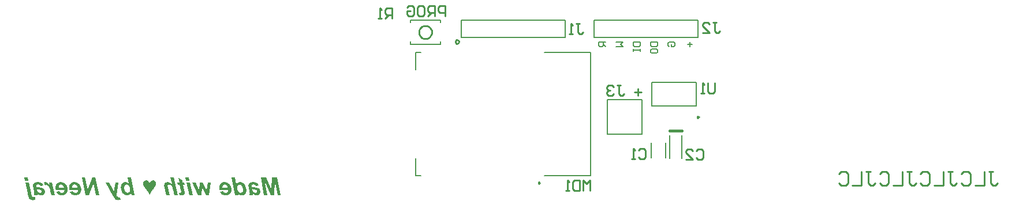
<source format=gbo>
G04*
G04 #@! TF.GenerationSoftware,Altium Limited,Altium Designer,21.1.1 (26)*
G04*
G04 Layer_Color=32896*
%FSLAX25Y25*%
%MOIN*%
G70*
G04*
G04 #@! TF.SameCoordinates,50609B49-341D-4E51-95AC-B49047DEAD09*
G04*
G04*
G04 #@! TF.FilePolarity,Positive*
G04*
G01*
G75*
%ADD10C,0.01000*%
%ADD32C,0.00984*%
%ADD33C,0.00787*%
%ADD34C,0.01575*%
G36*
X103607Y18372D02*
X101639D01*
X101274Y20150D01*
X103228D01*
X103607Y18372D01*
D02*
G37*
G36*
X10572D02*
X8604D01*
X8239Y20150D01*
X10208D01*
X10572Y18372D01*
D02*
G37*
G36*
X71954Y10061D02*
X70175D01*
X69927Y11242D01*
X69782Y10994D01*
X69607Y10790D01*
X69432Y10600D01*
X69257Y10455D01*
X69052Y10323D01*
X68863Y10207D01*
X68673Y10119D01*
X68484Y10046D01*
X68309Y9988D01*
X68148Y9944D01*
X68003Y9915D01*
X67871Y9900D01*
X67755Y9886D01*
X67682Y9871D01*
X67609D01*
X67361Y9886D01*
X67142Y9915D01*
X66924Y9959D01*
X66734Y10017D01*
X66574Y10061D01*
X66457Y10105D01*
X66384Y10134D01*
X66355Y10148D01*
X66122Y10265D01*
X65918Y10411D01*
X65714Y10557D01*
X65539Y10702D01*
X65393Y10819D01*
X65291Y10921D01*
X65218Y10994D01*
X65189Y11023D01*
X64985Y11257D01*
X64824Y11519D01*
X64664Y11767D01*
X64547Y12015D01*
X64445Y12233D01*
X64372Y12394D01*
X64343Y12467D01*
X64329Y12510D01*
X64314Y12539D01*
Y12554D01*
X64197Y12904D01*
X64125Y13254D01*
X64066Y13589D01*
X64022Y13881D01*
X63993Y14129D01*
Y14231D01*
X63979Y14318D01*
Y14391D01*
Y14449D01*
Y14479D01*
Y14493D01*
X63993Y14770D01*
X64008Y15018D01*
X64037Y15251D01*
X64081Y15470D01*
X64139Y15674D01*
X64197Y15864D01*
X64256Y16024D01*
X64329Y16184D01*
X64387Y16316D01*
X64460Y16432D01*
X64518Y16534D01*
X64562Y16607D01*
X64620Y16666D01*
X64649Y16724D01*
X64664Y16739D01*
X64679Y16753D01*
X64810Y16899D01*
X64956Y17016D01*
X65116Y17118D01*
X65262Y17205D01*
X65582Y17351D01*
X65874Y17438D01*
X66136Y17497D01*
X66253Y17511D01*
X66355Y17526D01*
X66428Y17540D01*
X66545D01*
X66749Y17526D01*
X66953Y17511D01*
X67128Y17482D01*
X67288Y17453D01*
X67405Y17409D01*
X67507Y17380D01*
X67565Y17366D01*
X67594Y17351D01*
X67769Y17278D01*
X67944Y17190D01*
X68119Y17088D01*
X68265Y17001D01*
X68411Y16914D01*
X68513Y16841D01*
X68571Y16782D01*
X68600Y16768D01*
X67886Y20150D01*
X69840D01*
X71954Y10061D01*
D02*
G37*
G36*
X96696D02*
X94742D01*
X94130Y12948D01*
X94072Y13196D01*
X94028Y13414D01*
X93984Y13604D01*
X93941Y13793D01*
X93897Y13954D01*
X93868Y14085D01*
X93824Y14216D01*
X93795Y14318D01*
X93766Y14406D01*
X93751Y14479D01*
X93707Y14595D01*
X93693Y14654D01*
X93678Y14668D01*
X93547Y14901D01*
X93401Y15120D01*
X93241Y15310D01*
X93095Y15470D01*
X92964Y15601D01*
X92862Y15689D01*
X92789Y15762D01*
X92760Y15776D01*
X92585Y15893D01*
X92410Y15980D01*
X92249Y16039D01*
X92089Y16082D01*
X91972Y16112D01*
X91870Y16126D01*
X91783D01*
X91637Y16112D01*
X91520Y16097D01*
X91404Y16053D01*
X91316Y16010D01*
X91243Y15966D01*
X91199Y15937D01*
X91170Y15908D01*
X91156Y15893D01*
X91083Y15805D01*
X91025Y15703D01*
X90981Y15616D01*
X90952Y15514D01*
X90937Y15441D01*
X90922Y15368D01*
Y15324D01*
Y15310D01*
X90937Y15208D01*
X90952Y15076D01*
X90981Y14931D01*
X91010Y14785D01*
X91039Y14639D01*
X91054Y14522D01*
X91083Y14435D01*
Y14420D01*
Y14406D01*
X92016Y10061D01*
X90062D01*
X89144Y14318D01*
X89071Y14639D01*
X89027Y14931D01*
X88983Y15164D01*
X88954Y15353D01*
X88940Y15499D01*
X88925Y15601D01*
Y15674D01*
Y15689D01*
X88954Y15980D01*
X89012Y16243D01*
X89085Y16462D01*
X89188Y16666D01*
X89289Y16812D01*
X89362Y16928D01*
X89421Y16986D01*
X89450Y17016D01*
X89654Y17190D01*
X89887Y17322D01*
X90121Y17409D01*
X90354Y17482D01*
X90558Y17511D01*
X90718Y17526D01*
X90777Y17540D01*
X90864D01*
X91112Y17526D01*
X91345Y17511D01*
X91549Y17468D01*
X91739Y17424D01*
X91899Y17380D01*
X92016Y17351D01*
X92089Y17322D01*
X92118Y17307D01*
X92337Y17205D01*
X92555Y17088D01*
X92774Y16972D01*
X92964Y16841D01*
X93124Y16724D01*
X93255Y16636D01*
X93343Y16578D01*
X93357Y16549D01*
X93372D01*
X92628Y20150D01*
X94582D01*
X96696Y10061D01*
D02*
G37*
G36*
X140844Y17511D02*
X141282Y17453D01*
X141471Y17409D01*
X141646Y17366D01*
X141821Y17322D01*
X141967Y17264D01*
X142098Y17205D01*
X142215Y17161D01*
X142317Y17118D01*
X142404Y17074D01*
X142463Y17045D01*
X142507Y17016D01*
X142536Y16986D01*
X142550D01*
X142827Y16768D01*
X143075Y16520D01*
X143265Y16257D01*
X143425Y16024D01*
X143542Y15805D01*
X143629Y15631D01*
X143658Y15558D01*
X143673Y15514D01*
X143687Y15485D01*
Y15470D01*
X141763Y15310D01*
X141719Y15441D01*
X141661Y15558D01*
X141588Y15660D01*
X141515Y15747D01*
X141457Y15820D01*
X141399Y15864D01*
X141369Y15893D01*
X141355Y15908D01*
X141224Y15980D01*
X141092Y16039D01*
X140946Y16068D01*
X140815Y16097D01*
X140699Y16112D01*
X140597Y16126D01*
X140509D01*
X140334Y16112D01*
X140174Y16097D01*
X140057Y16053D01*
X139941Y16024D01*
X139853Y15980D01*
X139795Y15937D01*
X139766Y15922D01*
X139751Y15908D01*
X139663Y15820D01*
X139605Y15733D01*
X139547Y15645D01*
X139518Y15558D01*
X139503Y15485D01*
X139488Y15441D01*
Y15397D01*
Y15383D01*
Y15281D01*
X139503Y15179D01*
X139547Y14960D01*
X139576Y14872D01*
X139605Y14799D01*
X139620Y14741D01*
Y14727D01*
X139722Y14697D01*
X139838Y14668D01*
X139970Y14639D01*
X140115Y14610D01*
X140422Y14552D01*
X140742Y14522D01*
X141034Y14479D01*
X141165Y14464D01*
X141267Y14449D01*
X141369D01*
X141442Y14435D01*
X141500D01*
X141807Y14406D01*
X142084Y14362D01*
X142332Y14318D01*
X142565Y14260D01*
X142783Y14202D01*
X142973Y14143D01*
X143148Y14070D01*
X143294Y14012D01*
X143425Y13939D01*
X143542Y13881D01*
X143629Y13823D01*
X143702Y13779D01*
X143760Y13735D01*
X143804Y13706D01*
X143819Y13691D01*
X143833Y13677D01*
X143950Y13560D01*
X144037Y13429D01*
X144198Y13152D01*
X144315Y12875D01*
X144387Y12598D01*
X144446Y12365D01*
X144460Y12263D01*
Y12175D01*
X144475Y12102D01*
Y12044D01*
Y12015D01*
Y12000D01*
X144446Y11665D01*
X144387Y11359D01*
X144285Y11096D01*
X144183Y10877D01*
X144081Y10688D01*
X143979Y10557D01*
X143921Y10484D01*
X143892Y10455D01*
X143658Y10265D01*
X143411Y10119D01*
X143148Y10017D01*
X142915Y9944D01*
X142711Y9900D01*
X142536Y9886D01*
X142477Y9871D01*
X142390D01*
X142171Y9886D01*
X141967Y9915D01*
X141778Y9959D01*
X141603Y10003D01*
X141457Y10046D01*
X141355Y10090D01*
X141282Y10119D01*
X141253Y10134D01*
X141049Y10236D01*
X140859Y10367D01*
X140684Y10484D01*
X140538Y10600D01*
X140422Y10717D01*
X140320Y10804D01*
X140261Y10863D01*
X140247Y10877D01*
X140217Y10571D01*
X140188Y10440D01*
X140174Y10309D01*
X140145Y10207D01*
X140115Y10134D01*
X140101Y10075D01*
Y10061D01*
X138191D01*
X138249Y10265D01*
X138278Y10469D01*
X138307Y10644D01*
X138337Y10790D01*
Y10921D01*
X138351Y11009D01*
Y11082D01*
Y11096D01*
Y11198D01*
X138337Y11329D01*
X138307Y11606D01*
X138264Y11898D01*
X138205Y12204D01*
X138162Y12481D01*
X138133Y12598D01*
X138118Y12715D01*
X138103Y12802D01*
X138089Y12860D01*
X138074Y12904D01*
Y12919D01*
X138016Y13196D01*
X137958Y13458D01*
X137899Y13691D01*
X137856Y13895D01*
X137826Y14070D01*
X137797Y14231D01*
X137768Y14377D01*
X137739Y14493D01*
X137724Y14595D01*
X137695Y14668D01*
Y14741D01*
X137680Y14785D01*
X137666Y14858D01*
Y14872D01*
X137622Y15149D01*
X137608Y15266D01*
Y15368D01*
X137593Y15455D01*
Y15514D01*
Y15558D01*
Y15572D01*
Y15733D01*
X137622Y15878D01*
X137695Y16141D01*
X137812Y16374D01*
X137928Y16578D01*
X138060Y16753D01*
X138176Y16870D01*
X138249Y16943D01*
X138264Y16972D01*
X138278D01*
X138409Y17074D01*
X138555Y17161D01*
X138891Y17307D01*
X139226Y17409D01*
X139576Y17468D01*
X139882Y17511D01*
X140013Y17526D01*
X140130D01*
X140232Y17540D01*
X140363D01*
X140844Y17511D01*
D02*
G37*
G36*
X16477D02*
X16914Y17453D01*
X17104Y17409D01*
X17279Y17366D01*
X17454Y17322D01*
X17600Y17264D01*
X17731Y17205D01*
X17848Y17161D01*
X17950Y17118D01*
X18037Y17074D01*
X18095Y17045D01*
X18139Y17016D01*
X18168Y16986D01*
X18183D01*
X18460Y16768D01*
X18708Y16520D01*
X18897Y16257D01*
X19058Y16024D01*
X19174Y15805D01*
X19262Y15631D01*
X19291Y15558D01*
X19306Y15514D01*
X19320Y15485D01*
Y15470D01*
X17396Y15310D01*
X17352Y15441D01*
X17293Y15558D01*
X17221Y15660D01*
X17148Y15747D01*
X17089Y15820D01*
X17031Y15864D01*
X17002Y15893D01*
X16987Y15908D01*
X16856Y15980D01*
X16725Y16039D01*
X16579Y16068D01*
X16448Y16097D01*
X16331Y16112D01*
X16229Y16126D01*
X16142D01*
X15967Y16112D01*
X15806Y16097D01*
X15690Y16053D01*
X15573Y16024D01*
X15486Y15980D01*
X15427Y15937D01*
X15398Y15922D01*
X15383Y15908D01*
X15296Y15820D01*
X15238Y15733D01*
X15179Y15645D01*
X15150Y15558D01*
X15136Y15485D01*
X15121Y15441D01*
Y15397D01*
Y15383D01*
Y15281D01*
X15136Y15179D01*
X15179Y14960D01*
X15209Y14872D01*
X15238Y14799D01*
X15252Y14741D01*
Y14727D01*
X15354Y14697D01*
X15471Y14668D01*
X15602Y14639D01*
X15748Y14610D01*
X16054Y14552D01*
X16375Y14522D01*
X16667Y14479D01*
X16798Y14464D01*
X16900Y14449D01*
X17002D01*
X17075Y14435D01*
X17133D01*
X17439Y14406D01*
X17716Y14362D01*
X17964Y14318D01*
X18198Y14260D01*
X18416Y14202D01*
X18606Y14143D01*
X18781Y14070D01*
X18926Y14012D01*
X19058Y13939D01*
X19174Y13881D01*
X19262Y13823D01*
X19335Y13779D01*
X19393Y13735D01*
X19437Y13706D01*
X19451Y13691D01*
X19466Y13677D01*
X19583Y13560D01*
X19670Y13429D01*
X19830Y13152D01*
X19947Y12875D01*
X20020Y12598D01*
X20078Y12365D01*
X20093Y12263D01*
Y12175D01*
X20107Y12102D01*
Y12044D01*
Y12015D01*
Y12000D01*
X20078Y11665D01*
X20020Y11359D01*
X19918Y11096D01*
X19816Y10877D01*
X19714Y10688D01*
X19612Y10557D01*
X19553Y10484D01*
X19524Y10455D01*
X19291Y10265D01*
X19043Y10119D01*
X18781Y10017D01*
X18547Y9944D01*
X18343Y9900D01*
X18168Y9886D01*
X18110Y9871D01*
X18022D01*
X17804Y9886D01*
X17600Y9915D01*
X17410Y9959D01*
X17235Y10003D01*
X17089Y10046D01*
X16987Y10090D01*
X16914Y10119D01*
X16885Y10134D01*
X16681Y10236D01*
X16492Y10367D01*
X16317Y10484D01*
X16171Y10600D01*
X16054Y10717D01*
X15952Y10804D01*
X15894Y10863D01*
X15879Y10877D01*
X15850Y10571D01*
X15821Y10440D01*
X15806Y10309D01*
X15777Y10207D01*
X15748Y10134D01*
X15733Y10075D01*
Y10061D01*
X13823D01*
X13882Y10265D01*
X13911Y10469D01*
X13940Y10644D01*
X13969Y10790D01*
Y10921D01*
X13984Y11009D01*
Y11082D01*
Y11096D01*
Y11198D01*
X13969Y11329D01*
X13940Y11606D01*
X13896Y11898D01*
X13838Y12204D01*
X13794Y12481D01*
X13765Y12598D01*
X13751Y12715D01*
X13736Y12802D01*
X13721Y12860D01*
X13707Y12904D01*
Y12919D01*
X13648Y13196D01*
X13590Y13458D01*
X13532Y13691D01*
X13488Y13895D01*
X13459Y14070D01*
X13430Y14231D01*
X13401Y14377D01*
X13372Y14493D01*
X13357Y14595D01*
X13328Y14668D01*
Y14741D01*
X13313Y14785D01*
X13299Y14858D01*
Y14872D01*
X13255Y15149D01*
X13240Y15266D01*
Y15368D01*
X13226Y15455D01*
Y15514D01*
Y15558D01*
Y15572D01*
Y15733D01*
X13255Y15878D01*
X13328Y16141D01*
X13444Y16374D01*
X13561Y16578D01*
X13692Y16753D01*
X13809Y16870D01*
X13882Y16943D01*
X13896Y16972D01*
X13911D01*
X14042Y17074D01*
X14188Y17161D01*
X14523Y17307D01*
X14859Y17409D01*
X15209Y17468D01*
X15515Y17511D01*
X15646Y17526D01*
X15763D01*
X15865Y17540D01*
X15996D01*
X16477Y17511D01*
D02*
G37*
G36*
X51454Y10061D02*
X49545D01*
X48116Y16841D01*
X45375Y10061D01*
X43465D01*
X41350Y20150D01*
X43260D01*
X44689Y13400D01*
X47430Y20150D01*
X49340D01*
X51454Y10061D01*
D02*
G37*
G36*
X156299D02*
X154418D01*
X152829Y18488D01*
X152450Y10061D01*
X150482D01*
X146735Y18430D01*
X148484Y10061D01*
X146604D01*
X144766Y20150D01*
X147755D01*
X150919Y13210D01*
X151240Y20150D01*
X154200D01*
X156299Y10061D01*
D02*
G37*
G36*
X114950D02*
X113113D01*
X110882Y14712D01*
X110518Y10061D01*
X108666D01*
X105051Y17380D01*
X107019D01*
X109279Y12467D01*
X109527Y17380D01*
X111335D01*
X113594Y12467D01*
X114105Y17380D01*
X115854D01*
X114950Y10061D01*
D02*
G37*
G36*
X61398D02*
X61515Y9813D01*
X61631Y9609D01*
X61762Y9419D01*
X61879Y9259D01*
X62010Y9128D01*
X62142Y9011D01*
X62258Y8924D01*
X62375Y8851D01*
X62477Y8793D01*
X62579Y8749D01*
X62754Y8705D01*
X62812Y8690D01*
X62856Y8676D01*
X62900D01*
X63148Y8690D01*
X63264Y8720D01*
X63366Y8734D01*
X63454Y8763D01*
X63527Y8778D01*
X63570Y8793D01*
X63585D01*
X63745Y7320D01*
X63468Y7247D01*
X63206Y7189D01*
X62958Y7145D01*
X62754Y7116D01*
X62579Y7101D01*
X62462Y7087D01*
X62346D01*
X62112Y7101D01*
X61908Y7130D01*
X61733Y7159D01*
X61573Y7203D01*
X61442Y7247D01*
X61340Y7291D01*
X61281Y7305D01*
X61267Y7320D01*
X61106Y7422D01*
X60961Y7524D01*
X60829Y7626D01*
X60713Y7728D01*
X60625Y7816D01*
X60567Y7888D01*
X60523Y7947D01*
X60509Y7961D01*
X60377Y8136D01*
X60232Y8341D01*
X60086Y8574D01*
X59940Y8807D01*
X59809Y9011D01*
X59707Y9186D01*
X59677Y9259D01*
X59648Y9303D01*
X59619Y9332D01*
Y9347D01*
X55099Y17380D01*
X57184D01*
X58934Y14114D01*
X59167Y13662D01*
X59386Y13225D01*
X59561Y12831D01*
X59721Y12481D01*
X59780Y12321D01*
X59838Y12190D01*
X59882Y12058D01*
X59925Y11956D01*
X59955Y11883D01*
X59984Y11811D01*
X59998Y11781D01*
Y11883D01*
X60013Y12015D01*
X60042Y12306D01*
X60086Y12627D01*
X60115Y12948D01*
X60159Y13254D01*
X60173Y13385D01*
X60188Y13487D01*
X60202Y13589D01*
Y13662D01*
X60217Y13706D01*
Y13721D01*
X60698Y17380D01*
X62666D01*
X61398Y10061D01*
D02*
G37*
G36*
X99423Y18546D02*
X99656Y17380D01*
X100618D01*
X100924Y15908D01*
X99948D01*
X100575Y12962D01*
X100618Y12744D01*
X100662Y12539D01*
X100691Y12365D01*
X100720Y12204D01*
X100749Y12058D01*
X100779Y11927D01*
X100793Y11825D01*
X100808Y11723D01*
X100822Y11577D01*
X100837Y11475D01*
Y11417D01*
Y11402D01*
X100822Y11140D01*
X100764Y10921D01*
X100691Y10717D01*
X100604Y10557D01*
X100516Y10440D01*
X100443Y10338D01*
X100385Y10280D01*
X100370Y10265D01*
X100166Y10134D01*
X99933Y10032D01*
X99670Y9973D01*
X99423Y9915D01*
X99189Y9886D01*
X99102D01*
X99014Y9871D01*
X98839D01*
X98446Y9886D01*
X98271Y9915D01*
X98110Y9930D01*
X97979Y9959D01*
X97877Y9973D01*
X97819Y9988D01*
X97790D01*
X97483Y11446D01*
X97658Y11431D01*
X97804Y11417D01*
X97921Y11402D01*
X98008D01*
X98067Y11388D01*
X98271D01*
X98387Y11402D01*
X98489Y11431D01*
X98562Y11461D01*
X98606Y11475D01*
X98650Y11504D01*
X98664Y11519D01*
X98679D01*
X98752Y11636D01*
X98796Y11738D01*
X98810Y11840D01*
Y11854D01*
Y11869D01*
Y11898D01*
X98796Y11942D01*
X98781Y12073D01*
X98752Y12219D01*
X98723Y12394D01*
X98694Y12554D01*
X98664Y12685D01*
X98650Y12744D01*
X98635Y12787D01*
Y12802D01*
Y12817D01*
X97994Y15908D01*
X96784D01*
X96478Y17380D01*
X97688D01*
X97177Y19902D01*
X99423Y18546D01*
D02*
G37*
G36*
X124136Y17526D02*
X124500Y17468D01*
X124836Y17395D01*
X125142Y17293D01*
X125433Y17176D01*
X125696Y17045D01*
X125944Y16899D01*
X126162Y16753D01*
X126352Y16593D01*
X126527Y16462D01*
X126658Y16316D01*
X126789Y16199D01*
X126877Y16097D01*
X126935Y16024D01*
X126979Y15966D01*
X126993Y15951D01*
X127139Y15733D01*
X127270Y15499D01*
X127373Y15266D01*
X127474Y15033D01*
X127548Y14799D01*
X127620Y14581D01*
X127722Y14173D01*
X127752Y13983D01*
X127781Y13808D01*
X127795Y13648D01*
X127810Y13516D01*
X127824Y13414D01*
Y13341D01*
Y13283D01*
Y13269D01*
X127810Y12991D01*
X127781Y12729D01*
X127737Y12467D01*
X127679Y12233D01*
X127606Y12015D01*
X127533Y11811D01*
X127445Y11636D01*
X127358Y11461D01*
X127285Y11315D01*
X127198Y11184D01*
X127125Y11067D01*
X127052Y10979D01*
X126993Y10907D01*
X126950Y10848D01*
X126920Y10819D01*
X126906Y10804D01*
X126731Y10644D01*
X126541Y10498D01*
X126337Y10367D01*
X126148Y10265D01*
X125944Y10178D01*
X125740Y10105D01*
X125360Y9988D01*
X125186Y9944D01*
X125025Y9915D01*
X124879Y9900D01*
X124748Y9886D01*
X124646Y9871D01*
X124500D01*
X124107Y9900D01*
X123757Y9959D01*
X123421Y10032D01*
X123144Y10134D01*
X122896Y10236D01*
X122809Y10280D01*
X122722Y10309D01*
X122663Y10352D01*
X122619Y10367D01*
X122590Y10396D01*
X122576D01*
X122269Y10615D01*
X121993Y10877D01*
X121745Y11140D01*
X121540Y11402D01*
X121395Y11650D01*
X121322Y11752D01*
X121278Y11840D01*
X121234Y11913D01*
X121205Y11971D01*
X121176Y12000D01*
Y12015D01*
X122940Y12306D01*
X123042Y12131D01*
X123159Y11971D01*
X123290Y11840D01*
X123421Y11723D01*
X123538Y11621D01*
X123669Y11534D01*
X123800Y11461D01*
X123917Y11417D01*
X124136Y11344D01*
X124238Y11315D01*
X124325Y11300D01*
X124384Y11286D01*
X124486D01*
X124704Y11300D01*
X124908Y11359D01*
X125083Y11431D01*
X125229Y11504D01*
X125360Y11592D01*
X125448Y11650D01*
X125506Y11709D01*
X125521Y11723D01*
X125652Y11898D01*
X125754Y12102D01*
X125827Y12292D01*
X125871Y12481D01*
X125900Y12656D01*
X125929Y12787D01*
Y12875D01*
Y12889D01*
Y12904D01*
Y12962D01*
X125915Y13021D01*
Y13079D01*
Y13094D01*
X120957D01*
X120870Y13531D01*
X120841Y13750D01*
X120826Y13954D01*
X120811Y14114D01*
Y14260D01*
Y14347D01*
Y14362D01*
Y14377D01*
X120826Y14654D01*
X120841Y14901D01*
X120884Y15149D01*
X120943Y15368D01*
X121001Y15587D01*
X121059Y15776D01*
X121132Y15951D01*
X121205Y16112D01*
X121293Y16243D01*
X121365Y16374D01*
X121424Y16476D01*
X121482Y16564D01*
X121540Y16622D01*
X121584Y16666D01*
X121599Y16695D01*
X121613Y16709D01*
X121774Y16855D01*
X121934Y16986D01*
X122109Y17088D01*
X122284Y17190D01*
X122459Y17278D01*
X122634Y17336D01*
X122984Y17438D01*
X123144Y17468D01*
X123290Y17497D01*
X123421Y17511D01*
X123538Y17526D01*
X123625Y17540D01*
X123757D01*
X124136Y17526D01*
D02*
G37*
G36*
X37399D02*
X37764Y17468D01*
X38099Y17395D01*
X38405Y17293D01*
X38697Y17176D01*
X38959Y17045D01*
X39207Y16899D01*
X39426Y16753D01*
X39615Y16593D01*
X39790Y16462D01*
X39922Y16316D01*
X40053Y16199D01*
X40140Y16097D01*
X40199Y16024D01*
X40242Y15966D01*
X40257Y15951D01*
X40403Y15733D01*
X40534Y15499D01*
X40636Y15266D01*
X40738Y15033D01*
X40811Y14799D01*
X40884Y14581D01*
X40986Y14173D01*
X41015Y13983D01*
X41044Y13808D01*
X41059Y13648D01*
X41074Y13516D01*
X41088Y13414D01*
Y13341D01*
Y13283D01*
Y13269D01*
X41074Y12991D01*
X41044Y12729D01*
X41001Y12467D01*
X40942Y12233D01*
X40869Y12015D01*
X40796Y11811D01*
X40709Y11636D01*
X40622Y11461D01*
X40549Y11315D01*
X40461Y11184D01*
X40388Y11067D01*
X40315Y10979D01*
X40257Y10907D01*
X40213Y10848D01*
X40184Y10819D01*
X40170Y10804D01*
X39994Y10644D01*
X39805Y10498D01*
X39601Y10367D01*
X39411Y10265D01*
X39207Y10178D01*
X39003Y10105D01*
X38624Y9988D01*
X38449Y9944D01*
X38289Y9915D01*
X38143Y9900D01*
X38012Y9886D01*
X37910Y9871D01*
X37764D01*
X37370Y9900D01*
X37020Y9959D01*
X36685Y10032D01*
X36408Y10134D01*
X36160Y10236D01*
X36072Y10280D01*
X35985Y10309D01*
X35927Y10352D01*
X35883Y10367D01*
X35854Y10396D01*
X35839D01*
X35533Y10615D01*
X35256Y10877D01*
X35008Y11140D01*
X34804Y11402D01*
X34658Y11650D01*
X34585Y11752D01*
X34542Y11840D01*
X34498Y11913D01*
X34469Y11971D01*
X34440Y12000D01*
Y12015D01*
X36204Y12306D01*
X36306Y12131D01*
X36422Y11971D01*
X36554Y11840D01*
X36685Y11723D01*
X36801Y11621D01*
X36933Y11534D01*
X37064Y11461D01*
X37181Y11417D01*
X37399Y11344D01*
X37501Y11315D01*
X37589Y11300D01*
X37647Y11286D01*
X37749D01*
X37968Y11300D01*
X38172Y11359D01*
X38347Y11431D01*
X38493Y11504D01*
X38624Y11592D01*
X38712Y11650D01*
X38770Y11709D01*
X38784Y11723D01*
X38916Y11898D01*
X39018Y12102D01*
X39091Y12292D01*
X39134Y12481D01*
X39164Y12656D01*
X39193Y12787D01*
Y12875D01*
Y12889D01*
Y12904D01*
Y12962D01*
X39178Y13021D01*
Y13079D01*
Y13094D01*
X34221D01*
X34133Y13531D01*
X34104Y13750D01*
X34090Y13954D01*
X34075Y14114D01*
Y14260D01*
Y14347D01*
Y14362D01*
Y14377D01*
X34090Y14654D01*
X34104Y14901D01*
X34148Y15149D01*
X34206Y15368D01*
X34265Y15587D01*
X34323Y15776D01*
X34396Y15951D01*
X34469Y16112D01*
X34556Y16243D01*
X34629Y16374D01*
X34687Y16476D01*
X34746Y16564D01*
X34804Y16622D01*
X34848Y16666D01*
X34862Y16695D01*
X34877Y16709D01*
X35037Y16855D01*
X35198Y16986D01*
X35373Y17088D01*
X35548Y17190D01*
X35723Y17278D01*
X35898Y17336D01*
X36248Y17438D01*
X36408Y17468D01*
X36554Y17497D01*
X36685Y17511D01*
X36801Y17526D01*
X36889Y17540D01*
X37020D01*
X37399Y17526D01*
D02*
G37*
G36*
X29555D02*
X29920Y17468D01*
X30255Y17395D01*
X30561Y17293D01*
X30853Y17176D01*
X31115Y17045D01*
X31363Y16899D01*
X31582Y16753D01*
X31771Y16593D01*
X31946Y16462D01*
X32078Y16316D01*
X32209Y16199D01*
X32296Y16097D01*
X32355Y16024D01*
X32398Y15966D01*
X32413Y15951D01*
X32559Y15733D01*
X32690Y15499D01*
X32792Y15266D01*
X32894Y15033D01*
X32967Y14799D01*
X33040Y14581D01*
X33142Y14173D01*
X33171Y13983D01*
X33200Y13808D01*
X33215Y13648D01*
X33229Y13516D01*
X33244Y13414D01*
Y13341D01*
Y13283D01*
Y13269D01*
X33229Y12991D01*
X33200Y12729D01*
X33156Y12467D01*
X33098Y12233D01*
X33025Y12015D01*
X32952Y11811D01*
X32865Y11636D01*
X32777Y11461D01*
X32705Y11315D01*
X32617Y11184D01*
X32544Y11067D01*
X32471Y10979D01*
X32413Y10907D01*
X32369Y10848D01*
X32340Y10819D01*
X32326Y10804D01*
X32151Y10644D01*
X31961Y10498D01*
X31757Y10367D01*
X31567Y10265D01*
X31363Y10178D01*
X31159Y10105D01*
X30780Y9988D01*
X30605Y9944D01*
X30445Y9915D01*
X30299Y9900D01*
X30168Y9886D01*
X30066Y9871D01*
X29920D01*
X29526Y9900D01*
X29176Y9959D01*
X28841Y10032D01*
X28564Y10134D01*
X28316Y10236D01*
X28229Y10280D01*
X28141Y10309D01*
X28083Y10352D01*
X28039Y10367D01*
X28010Y10396D01*
X27995D01*
X27689Y10615D01*
X27412Y10877D01*
X27164Y11140D01*
X26960Y11402D01*
X26814Y11650D01*
X26741Y11752D01*
X26698Y11840D01*
X26654Y11913D01*
X26625Y11971D01*
X26596Y12000D01*
Y12015D01*
X28360Y12306D01*
X28462Y12131D01*
X28578Y11971D01*
X28710Y11840D01*
X28841Y11723D01*
X28958Y11621D01*
X29089Y11534D01*
X29220Y11461D01*
X29337Y11417D01*
X29555Y11344D01*
X29657Y11315D01*
X29745Y11300D01*
X29803Y11286D01*
X29905D01*
X30124Y11300D01*
X30328Y11359D01*
X30503Y11431D01*
X30649Y11504D01*
X30780Y11592D01*
X30867Y11650D01*
X30926Y11709D01*
X30940Y11723D01*
X31072Y11898D01*
X31174Y12102D01*
X31247Y12292D01*
X31290Y12481D01*
X31319Y12656D01*
X31349Y12787D01*
Y12875D01*
Y12889D01*
Y12904D01*
Y12962D01*
X31334Y13021D01*
Y13079D01*
Y13094D01*
X26377D01*
X26289Y13531D01*
X26260Y13750D01*
X26246Y13954D01*
X26231Y14114D01*
Y14260D01*
Y14347D01*
Y14362D01*
Y14377D01*
X26246Y14654D01*
X26260Y14901D01*
X26304Y15149D01*
X26362Y15368D01*
X26421Y15587D01*
X26479Y15776D01*
X26552Y15951D01*
X26625Y16112D01*
X26712Y16243D01*
X26785Y16374D01*
X26843Y16476D01*
X26902Y16564D01*
X26960Y16622D01*
X27004Y16666D01*
X27018Y16695D01*
X27033Y16709D01*
X27193Y16855D01*
X27354Y16986D01*
X27529Y17088D01*
X27704Y17190D01*
X27879Y17278D01*
X28054Y17336D01*
X28403Y17438D01*
X28564Y17468D01*
X28710Y17497D01*
X28841Y17511D01*
X28958Y17526D01*
X29045Y17540D01*
X29176D01*
X29555Y17526D01*
D02*
G37*
G36*
X105342Y10061D02*
X103388D01*
X101843Y17380D01*
X103811D01*
X105342Y10061D01*
D02*
G37*
G36*
X20676Y17526D02*
X20895Y17468D01*
X21113Y17395D01*
X21303Y17293D01*
X21507Y17176D01*
X21682Y17045D01*
X22017Y16753D01*
X22163Y16607D01*
X22294Y16462D01*
X22411Y16330D01*
X22513Y16214D01*
X22586Y16112D01*
X22644Y16039D01*
X22673Y15980D01*
X22688Y15966D01*
X22397Y17380D01*
X24234D01*
X25765Y10061D01*
X23811D01*
X23330Y12350D01*
X23271Y12598D01*
X23227Y12846D01*
X23169Y13064D01*
X23111Y13254D01*
X23067Y13443D01*
X23023Y13619D01*
X22965Y13764D01*
X22921Y13895D01*
X22892Y14012D01*
X22849Y14114D01*
X22819Y14202D01*
X22790Y14275D01*
X22776Y14318D01*
X22761Y14362D01*
X22746Y14391D01*
X22630Y14625D01*
X22499Y14829D01*
X22353Y15004D01*
X22221Y15149D01*
X22105Y15251D01*
X22017Y15339D01*
X21959Y15397D01*
X21930Y15412D01*
X21726Y15543D01*
X21536Y15645D01*
X21361Y15703D01*
X21201Y15762D01*
X21070Y15791D01*
X20968Y15805D01*
X20880D01*
X20662Y15791D01*
X20472Y15762D01*
X20399Y15733D01*
X20341Y15718D01*
X20312Y15703D01*
X20297D01*
X19539Y17322D01*
X19714Y17395D01*
X19889Y17453D01*
X20049Y17482D01*
X20180Y17511D01*
X20297Y17526D01*
X20384Y17540D01*
X20457D01*
X20676Y17526D01*
D02*
G37*
G36*
X78836Y18517D02*
X79069Y18459D01*
X79259Y18401D01*
X79434Y18313D01*
X79579Y18240D01*
X79696Y18167D01*
X79754Y18109D01*
X79783Y18094D01*
X79973Y17920D01*
X80119Y17715D01*
X80265Y17497D01*
X80367Y17293D01*
X80454Y17103D01*
X80512Y16943D01*
X80527Y16884D01*
X80541Y16841D01*
X80556Y16812D01*
Y16797D01*
X80658Y17074D01*
X80775Y17307D01*
X80891Y17511D01*
X80993Y17686D01*
X81096Y17818D01*
X81169Y17905D01*
X81227Y17963D01*
X81241Y17978D01*
X81460Y18153D01*
X81679Y18284D01*
X81897Y18386D01*
X82102Y18444D01*
X82291Y18488D01*
X82422Y18503D01*
X82481Y18517D01*
X82554D01*
X82831Y18488D01*
X83064Y18430D01*
X83283Y18357D01*
X83472Y18255D01*
X83618Y18153D01*
X83735Y18080D01*
X83793Y18022D01*
X83822Y17992D01*
X83997Y17788D01*
X84114Y17584D01*
X84201Y17366D01*
X84274Y17161D01*
X84303Y16986D01*
X84318Y16855D01*
X84332Y16797D01*
Y16753D01*
Y16739D01*
Y16724D01*
X84303Y16418D01*
X84289Y16287D01*
X84259Y16170D01*
X84230Y16053D01*
X84216Y15980D01*
X84187Y15922D01*
Y15908D01*
X84128Y15747D01*
X84055Y15601D01*
X83982Y15441D01*
X83909Y15310D01*
X83837Y15193D01*
X83778Y15106D01*
X83749Y15047D01*
X83735Y15018D01*
X83691Y14960D01*
X83632Y14872D01*
X83487Y14683D01*
X83312Y14449D01*
X83137Y14216D01*
X82976Y13997D01*
X82831Y13808D01*
X82772Y13735D01*
X82728Y13677D01*
X82714Y13648D01*
X82699Y13633D01*
X82495Y13356D01*
X82306Y13108D01*
X82131Y12875D01*
X81985Y12656D01*
X81839Y12452D01*
X81708Y12277D01*
X81606Y12102D01*
X81504Y11956D01*
X81416Y11840D01*
X81358Y11723D01*
X81300Y11636D01*
X81241Y11548D01*
X81212Y11490D01*
X81183Y11446D01*
X81169Y11431D01*
Y11417D01*
X81023Y11140D01*
X80906Y10877D01*
X80804Y10630D01*
X80717Y10396D01*
X80644Y10192D01*
X80600Y10032D01*
X80585Y9973D01*
X80571Y9930D01*
X80556Y9915D01*
Y9900D01*
X80469Y10192D01*
X80367Y10469D01*
X80265Y10746D01*
X80148Y10979D01*
X80060Y11198D01*
X79973Y11344D01*
X79944Y11417D01*
X79915Y11461D01*
X79900Y11475D01*
Y11490D01*
X79798Y11650D01*
X79696Y11825D01*
X79448Y12190D01*
X79186Y12569D01*
X78923Y12933D01*
X78792Y13094D01*
X78675Y13254D01*
X78573Y13400D01*
X78486Y13516D01*
X78398Y13619D01*
X78340Y13691D01*
X78311Y13735D01*
X78296Y13750D01*
X78005Y14129D01*
X77757Y14479D01*
X77553Y14785D01*
X77392Y15033D01*
X77276Y15237D01*
X77188Y15383D01*
X77159Y15426D01*
X77144Y15470D01*
X77130Y15485D01*
Y15499D01*
X77028Y15747D01*
X76955Y15980D01*
X76897Y16199D01*
X76867Y16403D01*
X76838Y16564D01*
X76824Y16695D01*
Y16768D01*
Y16797D01*
X76853Y17045D01*
X76911Y17278D01*
X76984Y17482D01*
X77086Y17672D01*
X77188Y17803D01*
X77261Y17920D01*
X77319Y17978D01*
X77349Y18007D01*
X77553Y18182D01*
X77757Y18313D01*
X77975Y18401D01*
X78165Y18474D01*
X78340Y18503D01*
X78471Y18517D01*
X78573Y18532D01*
X78602D01*
X78836Y18517D01*
D02*
G37*
G36*
X130522Y16360D02*
X130668Y16564D01*
X130828Y16753D01*
X131003Y16914D01*
X131193Y17045D01*
X131367Y17161D01*
X131557Y17249D01*
X131746Y17336D01*
X131922Y17395D01*
X132096Y17438D01*
X132257Y17482D01*
X132403Y17511D01*
X132519Y17526D01*
X132621D01*
X132694Y17540D01*
X132767D01*
X133073Y17526D01*
X133350Y17482D01*
X133627Y17409D01*
X133875Y17322D01*
X134108Y17205D01*
X134327Y17088D01*
X134531Y16957D01*
X134706Y16826D01*
X134867Y16695D01*
X135012Y16564D01*
X135144Y16447D01*
X135231Y16330D01*
X135319Y16243D01*
X135377Y16170D01*
X135406Y16126D01*
X135421Y16112D01*
X135596Y15849D01*
X135756Y15572D01*
X135887Y15295D01*
X136004Y15018D01*
X136106Y14741D01*
X136179Y14479D01*
X136252Y14231D01*
X136295Y13997D01*
X136339Y13764D01*
X136368Y13560D01*
X136398Y13385D01*
X136412Y13225D01*
X136427Y13108D01*
Y13006D01*
Y12948D01*
Y12933D01*
X136412Y12656D01*
X136398Y12394D01*
X136368Y12161D01*
X136310Y11942D01*
X136266Y11738D01*
X136208Y11548D01*
X136135Y11373D01*
X136077Y11227D01*
X136004Y11082D01*
X135945Y10965D01*
X135887Y10863D01*
X135829Y10790D01*
X135785Y10732D01*
X135756Y10688D01*
X135741Y10659D01*
X135727Y10644D01*
X135596Y10513D01*
X135450Y10396D01*
X135304Y10280D01*
X135144Y10192D01*
X134837Y10061D01*
X134546Y9973D01*
X134283Y9915D01*
X134181Y9900D01*
X134079Y9886D01*
X133992Y9871D01*
X133890D01*
X133657Y9886D01*
X133423Y9900D01*
X133234Y9944D01*
X133059Y9988D01*
X132913Y10017D01*
X132796Y10061D01*
X132738Y10075D01*
X132709Y10090D01*
X132505Y10192D01*
X132315Y10294D01*
X132140Y10425D01*
X131980Y10542D01*
X131849Y10659D01*
X131732Y10746D01*
X131674Y10804D01*
X131644Y10834D01*
X131805Y10061D01*
X129953D01*
X127737Y20150D01*
X129691D01*
X130522Y16360D01*
D02*
G37*
G36*
X12059Y11300D02*
X12132Y10965D01*
X12205Y10673D01*
X12278Y10411D01*
X12351Y10178D01*
X12409Y9973D01*
X12467Y9798D01*
X12511Y9653D01*
X12555Y9522D01*
X12599Y9419D01*
X12642Y9332D01*
X12672Y9274D01*
X12701Y9215D01*
X12730Y9157D01*
X12744Y9142D01*
X12847Y9040D01*
X12963Y8953D01*
X13080Y8895D01*
X13196Y8865D01*
X13299Y8836D01*
X13386Y8822D01*
X13605D01*
X13751Y8836D01*
X13911Y8865D01*
X14042Y8895D01*
X14173Y8909D01*
X14275Y8938D01*
X14334Y8953D01*
X14363D01*
X14669Y7320D01*
X14392Y7247D01*
X14115Y7189D01*
X13853Y7145D01*
X13619Y7116D01*
X13401Y7101D01*
X13240Y7087D01*
X13094D01*
X12847Y7101D01*
X12613Y7130D01*
X12409Y7174D01*
X12205Y7218D01*
X12030Y7291D01*
X11870Y7364D01*
X11724Y7436D01*
X11593Y7524D01*
X11476Y7611D01*
X11374Y7684D01*
X11301Y7757D01*
X11228Y7830D01*
X11185Y7874D01*
X11141Y7918D01*
X11112Y7947D01*
Y7961D01*
X11039Y8093D01*
X10951Y8253D01*
X10864Y8457D01*
X10791Y8690D01*
X10703Y8938D01*
X10616Y9201D01*
X10456Y9755D01*
X10397Y10017D01*
X10324Y10265D01*
X10266Y10498D01*
X10222Y10702D01*
X10178Y10877D01*
X10149Y11009D01*
X10120Y11096D01*
Y11125D01*
X8822Y17380D01*
X10776D01*
X12059Y11300D01*
D02*
G37*
%LPC*%
G36*
X67347Y16126D02*
X67274D01*
X67070Y16112D01*
X66880Y16053D01*
X66720Y15980D01*
X66574Y15908D01*
X66457Y15820D01*
X66370Y15747D01*
X66312Y15689D01*
X66297Y15674D01*
X66166Y15499D01*
X66064Y15295D01*
X65991Y15091D01*
X65932Y14887D01*
X65903Y14712D01*
X65889Y14581D01*
Y14522D01*
Y14479D01*
Y14464D01*
Y14449D01*
X65903Y14158D01*
X65932Y13866D01*
X65991Y13589D01*
X66034Y13356D01*
X66093Y13152D01*
X66151Y12991D01*
X66166Y12933D01*
X66180Y12889D01*
X66195Y12875D01*
Y12860D01*
X66312Y12583D01*
X66443Y12350D01*
X66574Y12146D01*
X66690Y11986D01*
X66793Y11869D01*
X66880Y11781D01*
X66938Y11723D01*
X66953Y11709D01*
X67128Y11592D01*
X67288Y11504D01*
X67449Y11446D01*
X67594Y11402D01*
X67726Y11373D01*
X67813Y11359D01*
X67901D01*
X68105Y11373D01*
X68294Y11431D01*
X68469Y11504D01*
X68615Y11592D01*
X68732Y11665D01*
X68819Y11738D01*
X68878Y11796D01*
X68892Y11811D01*
X69023Y12000D01*
X69125Y12204D01*
X69198Y12394D01*
X69242Y12598D01*
X69271Y12758D01*
X69300Y12904D01*
Y12991D01*
Y13006D01*
Y13021D01*
X69286Y13283D01*
X69271Y13546D01*
X69184Y14012D01*
X69125Y14231D01*
X69067Y14420D01*
X69009Y14610D01*
X68936Y14770D01*
X68863Y14916D01*
X68805Y15047D01*
X68746Y15164D01*
X68688Y15251D01*
X68644Y15324D01*
X68600Y15383D01*
X68586Y15412D01*
X68571Y15426D01*
X68469Y15543D01*
X68367Y15660D01*
X68134Y15835D01*
X67930Y15951D01*
X67726Y16039D01*
X67536Y16097D01*
X67405Y16112D01*
X67347Y16126D01*
D02*
G37*
G36*
X139897Y13473D02*
X139882D01*
X139941Y13196D01*
X139999Y12948D01*
X140057Y12729D01*
X140115Y12539D01*
X140174Y12394D01*
X140217Y12277D01*
X140261Y12204D01*
X140276Y12146D01*
X140290Y12131D01*
X140363Y12000D01*
X140465Y11898D01*
X140567Y11796D01*
X140655Y11723D01*
X140742Y11650D01*
X140815Y11606D01*
X140874Y11577D01*
X140888Y11563D01*
X141034Y11490D01*
X141180Y11446D01*
X141325Y11402D01*
X141457Y11388D01*
X141559Y11373D01*
X141646Y11359D01*
X141719D01*
X141865Y11373D01*
X141996Y11402D01*
X142113Y11431D01*
X142200Y11475D01*
X142273Y11519D01*
X142332Y11563D01*
X142361Y11577D01*
X142375Y11592D01*
X142463Y11679D01*
X142521Y11781D01*
X142565Y11883D01*
X142594Y11971D01*
X142609Y12058D01*
X142623Y12117D01*
Y12161D01*
Y12175D01*
X142609Y12321D01*
X142579Y12452D01*
X142521Y12569D01*
X142463Y12671D01*
X142404Y12744D01*
X142346Y12802D01*
X142317Y12831D01*
X142302Y12846D01*
X142200Y12904D01*
X142084Y12962D01*
X141953Y13021D01*
X141807Y13079D01*
X141486Y13167D01*
X141165Y13239D01*
X140859Y13298D01*
X140728Y13327D01*
X140597Y13341D01*
X140509Y13356D01*
X140422D01*
X140378Y13371D01*
X140363D01*
X140159Y13400D01*
X140013Y13443D01*
X139955Y13458D01*
X139911D01*
X139897Y13473D01*
D02*
G37*
G36*
X15529D02*
X15515D01*
X15573Y13196D01*
X15631Y12948D01*
X15690Y12729D01*
X15748Y12539D01*
X15806Y12394D01*
X15850Y12277D01*
X15894Y12204D01*
X15908Y12146D01*
X15923Y12131D01*
X15996Y12000D01*
X16098Y11898D01*
X16200Y11796D01*
X16287Y11723D01*
X16375Y11650D01*
X16448Y11606D01*
X16506Y11577D01*
X16521Y11563D01*
X16667Y11490D01*
X16812Y11446D01*
X16958Y11402D01*
X17089Y11388D01*
X17191Y11373D01*
X17279Y11359D01*
X17352D01*
X17498Y11373D01*
X17629Y11402D01*
X17745Y11431D01*
X17833Y11475D01*
X17906Y11519D01*
X17964Y11563D01*
X17993Y11577D01*
X18008Y11592D01*
X18095Y11679D01*
X18154Y11781D01*
X18198Y11883D01*
X18227Y11971D01*
X18241Y12058D01*
X18256Y12117D01*
Y12161D01*
Y12175D01*
X18241Y12321D01*
X18212Y12452D01*
X18154Y12569D01*
X18095Y12671D01*
X18037Y12744D01*
X17979Y12802D01*
X17950Y12831D01*
X17935Y12846D01*
X17833Y12904D01*
X17716Y12962D01*
X17585Y13021D01*
X17439Y13079D01*
X17119Y13167D01*
X16798Y13239D01*
X16492Y13298D01*
X16360Y13327D01*
X16229Y13341D01*
X16142Y13356D01*
X16054D01*
X16011Y13371D01*
X15996D01*
X15792Y13400D01*
X15646Y13443D01*
X15588Y13458D01*
X15544D01*
X15529Y13473D01*
D02*
G37*
G36*
X124063Y16126D02*
X123961D01*
X123742Y16112D01*
X123553Y16068D01*
X123378Y15995D01*
X123246Y15922D01*
X123130Y15849D01*
X123057Y15776D01*
X122998Y15733D01*
X122984Y15718D01*
X122867Y15543D01*
X122780Y15353D01*
X122707Y15149D01*
X122663Y14960D01*
X122634Y14770D01*
X122619Y14625D01*
Y14566D01*
Y14522D01*
Y14508D01*
Y14493D01*
Y14435D01*
Y14377D01*
Y14318D01*
Y14304D01*
X125725D01*
X125652Y14625D01*
X125550Y14887D01*
X125433Y15120D01*
X125331Y15310D01*
X125229Y15470D01*
X125142Y15572D01*
X125083Y15645D01*
X125069Y15660D01*
X124879Y15820D01*
X124690Y15937D01*
X124500Y16010D01*
X124325Y16068D01*
X124179Y16097D01*
X124063Y16126D01*
D02*
G37*
G36*
X37326D02*
X37224D01*
X37006Y16112D01*
X36816Y16068D01*
X36641Y15995D01*
X36510Y15922D01*
X36393Y15849D01*
X36320Y15776D01*
X36262Y15733D01*
X36248Y15718D01*
X36131Y15543D01*
X36043Y15353D01*
X35971Y15149D01*
X35927Y14960D01*
X35898Y14770D01*
X35883Y14625D01*
Y14566D01*
Y14522D01*
Y14508D01*
Y14493D01*
Y14435D01*
Y14377D01*
Y14318D01*
Y14304D01*
X38989D01*
X38916Y14625D01*
X38814Y14887D01*
X38697Y15120D01*
X38595Y15310D01*
X38493Y15470D01*
X38405Y15572D01*
X38347Y15645D01*
X38332Y15660D01*
X38143Y15820D01*
X37953Y15937D01*
X37764Y16010D01*
X37589Y16068D01*
X37443Y16097D01*
X37326Y16126D01*
D02*
G37*
G36*
X29482D02*
X29380D01*
X29162Y16112D01*
X28972Y16068D01*
X28797Y15995D01*
X28666Y15922D01*
X28549Y15849D01*
X28476Y15776D01*
X28418Y15733D01*
X28403Y15718D01*
X28287Y15543D01*
X28199Y15353D01*
X28126Y15149D01*
X28083Y14960D01*
X28054Y14770D01*
X28039Y14625D01*
Y14566D01*
Y14522D01*
Y14508D01*
Y14493D01*
Y14435D01*
Y14377D01*
Y14318D01*
Y14304D01*
X31144D01*
X31072Y14625D01*
X30970Y14887D01*
X30853Y15120D01*
X30751Y15310D01*
X30649Y15470D01*
X30561Y15572D01*
X30503Y15645D01*
X30488Y15660D01*
X30299Y15820D01*
X30109Y15937D01*
X29920Y16010D01*
X29745Y16068D01*
X29599Y16097D01*
X29482Y16126D01*
D02*
G37*
G36*
X132592Y16082D02*
X132505D01*
X132300Y16068D01*
X132111Y16010D01*
X131936Y15922D01*
X131790Y15835D01*
X131674Y15747D01*
X131586Y15660D01*
X131528Y15601D01*
X131513Y15587D01*
X131367Y15383D01*
X131265Y15179D01*
X131178Y14960D01*
X131134Y14756D01*
X131105Y14581D01*
X131076Y14435D01*
Y14377D01*
Y14333D01*
Y14318D01*
Y14304D01*
X131090Y14041D01*
X131120Y13779D01*
X131163Y13531D01*
X131207Y13312D01*
X131265Y13123D01*
X131309Y12977D01*
X131324Y12919D01*
X131338Y12875D01*
X131353Y12860D01*
Y12846D01*
X131470Y12583D01*
X131586Y12350D01*
X131717Y12161D01*
X131834Y12000D01*
X131951Y11883D01*
X132038Y11796D01*
X132096Y11738D01*
X132111Y11723D01*
X132286Y11606D01*
X132461Y11519D01*
X132636Y11446D01*
X132782Y11402D01*
X132928Y11373D01*
X133029Y11359D01*
X133117D01*
X133321Y11373D01*
X133511Y11431D01*
X133686Y11504D01*
X133831Y11577D01*
X133948Y11665D01*
X134036Y11723D01*
X134094Y11781D01*
X134108Y11796D01*
X134240Y11971D01*
X134342Y12175D01*
X134400Y12379D01*
X134458Y12569D01*
X134487Y12744D01*
X134502Y12889D01*
Y12948D01*
Y12991D01*
Y13006D01*
Y13021D01*
X134473Y13429D01*
X134415Y13823D01*
X134327Y14173D01*
X134225Y14479D01*
X134167Y14625D01*
X134123Y14741D01*
X134079Y14843D01*
X134036Y14945D01*
X133992Y15004D01*
X133977Y15062D01*
X133948Y15091D01*
Y15106D01*
X133831Y15281D01*
X133729Y15426D01*
X133598Y15558D01*
X133482Y15674D01*
X133365Y15762D01*
X133248Y15849D01*
X133015Y15966D01*
X132811Y16024D01*
X132650Y16068D01*
X132592Y16082D01*
D02*
G37*
%LPD*%
D10*
X243504Y104331D02*
X243376Y105299D01*
X243003Y106201D01*
X242408Y106975D01*
X241634Y107570D01*
X240732Y107943D01*
X239764Y108071D01*
X238796Y107943D01*
X237894Y107570D01*
X237119Y106975D01*
X236525Y106201D01*
X236151Y105299D01*
X236024Y104331D01*
X236151Y103363D01*
X236525Y102461D01*
X237119Y101686D01*
X237894Y101092D01*
X238796Y100718D01*
X239764Y100591D01*
X240732Y100718D01*
X241634Y101092D01*
X242408Y101686D01*
X243003Y102461D01*
X243376Y103363D01*
X243504Y104331D01*
X259263Y98819D02*
X258844Y99690D01*
X257902Y99905D01*
X257146Y99302D01*
Y98336D01*
X257902Y97733D01*
X258844Y97948D01*
X259263Y98819D01*
X565012Y23438D02*
X567636D01*
X566324D01*
Y16879D01*
X567636Y15567D01*
X568948D01*
X570260Y16879D01*
X562388Y23438D02*
Y15567D01*
X557141D01*
X549269Y22127D02*
X550581Y23438D01*
X553205D01*
X554517Y22127D01*
Y16879D01*
X553205Y15567D01*
X550581D01*
X549269Y16879D01*
X541398Y23438D02*
X544022D01*
X542710D01*
Y16879D01*
X544022Y15567D01*
X545333D01*
X546645Y16879D01*
X538774Y23438D02*
Y15567D01*
X533526D01*
X525655Y22127D02*
X526967Y23438D01*
X529591D01*
X530902Y22127D01*
Y16879D01*
X529591Y15567D01*
X526967D01*
X525655Y16879D01*
X517783Y23438D02*
X520407D01*
X519095D01*
Y16879D01*
X520407Y15567D01*
X521719D01*
X523031Y16879D01*
X515160Y23438D02*
Y15567D01*
X509912D01*
X502040Y22127D02*
X503352Y23438D01*
X505976D01*
X507288Y22127D01*
Y16879D01*
X505976Y15567D01*
X503352D01*
X502040Y16879D01*
X494169Y23438D02*
X496793D01*
X495481D01*
Y16879D01*
X496793Y15567D01*
X498105D01*
X499416Y16879D01*
X491545Y23438D02*
Y15567D01*
X486297D01*
X478426Y22127D02*
X479738Y23438D01*
X482362D01*
X483674Y22127D01*
Y16879D01*
X482362Y15567D01*
X479738D01*
X478426Y16879D01*
X362566Y67535D02*
Y71534D01*
X364566Y69535D02*
X360567D01*
X396275Y35464D02*
X397275Y36464D01*
X399274D01*
X400274Y35464D01*
Y31465D01*
X399274Y30465D01*
X397275D01*
X396275Y31465D01*
X390277Y30465D02*
X394276D01*
X390277Y34464D01*
Y35464D01*
X391277Y36464D01*
X393276D01*
X394276Y35464D01*
X350606Y73471D02*
X352605D01*
X351606D01*
Y68473D01*
X352605Y67473D01*
X353605D01*
X354605Y68473D01*
X348607Y72472D02*
X347607Y73471D01*
X345608D01*
X344608Y72472D01*
Y71472D01*
X345608Y70472D01*
X346607D01*
X345608D01*
X344608Y69473D01*
Y68473D01*
X345608Y67473D01*
X347607D01*
X348607Y68473D01*
X405724Y110086D02*
X407723D01*
X406724D01*
Y105087D01*
X407723Y104088D01*
X408723D01*
X409723Y105087D01*
X399726Y104088D02*
X403725D01*
X399726Y108086D01*
Y109086D01*
X400726Y110086D01*
X402725D01*
X403725Y109086D01*
X406755Y75046D02*
Y70048D01*
X405755Y69048D01*
X403756D01*
X402756Y70048D01*
Y75046D01*
X400757Y69048D02*
X398757D01*
X399757D01*
Y75046D01*
X400757Y74047D01*
X251154Y113536D02*
Y119535D01*
X248155D01*
X247155Y118535D01*
Y116535D01*
X248155Y115536D01*
X251154D01*
X245156Y113536D02*
Y119535D01*
X242157D01*
X241157Y118535D01*
Y116535D01*
X242157Y115536D01*
X245156D01*
X243157D02*
X241157Y113536D01*
X236159Y119535D02*
X238158D01*
X239158Y118535D01*
Y114536D01*
X238158Y113536D01*
X236159D01*
X235159Y114536D01*
Y118535D01*
X236159Y119535D01*
X229161Y118535D02*
X230161Y119535D01*
X232160D01*
X233160Y118535D01*
Y114536D01*
X232160Y113536D01*
X230161D01*
X229161Y114536D01*
Y116535D01*
X231160D01*
X220534Y112355D02*
Y118353D01*
X217535D01*
X216535Y117354D01*
Y115354D01*
X217535Y114355D01*
X220534D01*
X218535D02*
X216535Y112355D01*
X214536D02*
X212537D01*
X213536D01*
Y118353D01*
X214536Y117354D01*
X334950Y12749D02*
Y18747D01*
X332951Y16748D01*
X330952Y18747D01*
Y12749D01*
X328952Y18747D02*
Y12749D01*
X325953D01*
X324954Y13749D01*
Y17747D01*
X325953Y18747D01*
X328952D01*
X322954Y12749D02*
X320955D01*
X321955D01*
Y18747D01*
X322954Y17747D01*
X326772Y109298D02*
X328771D01*
X327771D01*
Y104300D01*
X328771Y103300D01*
X329771D01*
X330770Y104300D01*
X324772Y103300D02*
X322773D01*
X323773D01*
Y109298D01*
X324772Y108299D01*
X362992Y35858D02*
X363992Y36857D01*
X365991D01*
X366991Y35858D01*
Y31859D01*
X365991Y30859D01*
X363992D01*
X362992Y31859D01*
X360993Y30859D02*
X358993D01*
X359993D01*
Y36857D01*
X360993Y35858D01*
D32*
X397736Y55138D02*
X396998Y55564D01*
Y54712D01*
X397736Y55138D01*
X305866Y17087D02*
X305128Y17513D01*
Y16660D01*
X305866Y17087D01*
D33*
X370177Y31496D02*
Y40157D01*
X378672Y31517D02*
Y40178D01*
X370659Y61604D02*
X396270D01*
X370659D02*
Y75403D01*
X396270D01*
Y61604D02*
Y75403D01*
X380709Y31102D02*
Y44488D01*
X387795Y31102D02*
Y44488D01*
X337047Y101299D02*
X397047D01*
Y111299D01*
X337047D02*
X397047D01*
X337047Y101299D02*
Y111299D01*
X248425Y109843D02*
Y111417D01*
X231102D02*
X248425D01*
X231102Y109843D02*
Y111417D01*
X248425Y97244D02*
Y98819D01*
X231102Y97244D02*
X248425D01*
X231102D02*
Y98819D01*
X308622Y21319D02*
X335059D01*
X234272D02*
X237126D01*
X234272Y82697D02*
Y92579D01*
Y21319D02*
Y31201D01*
X308622Y92579D02*
X335059D01*
X234272D02*
X237126D01*
X335059Y21319D02*
Y92579D01*
X260433Y101299D02*
X320433D01*
Y111299D01*
X260433D02*
X320433D01*
X260433Y101299D02*
Y111299D01*
X344843Y45118D02*
X364843D01*
X344843D02*
Y65118D01*
X364843D01*
Y45118D02*
Y65118D01*
X343898Y98661D02*
X339962D01*
Y96693D01*
X340618Y96038D01*
X341930D01*
X342586Y96693D01*
Y98661D01*
Y97350D02*
X343898Y96038D01*
X349962Y98661D02*
X353898D01*
X352586Y97350D01*
X353898Y96038D01*
X349962D01*
X359962Y98661D02*
X363898D01*
Y96694D01*
X363242Y96038D01*
X360618D01*
X359962Y96694D01*
Y98661D01*
Y94726D02*
Y93414D01*
Y94070D01*
X363898D01*
Y94726D01*
Y93414D01*
X369962Y98661D02*
X373898D01*
Y96693D01*
X373242Y96038D01*
X370618D01*
X369962Y96693D01*
Y98661D01*
Y92758D02*
Y94070D01*
X370618Y94726D01*
X373242D01*
X373898Y94070D01*
Y92758D01*
X373242Y92102D01*
X370618D01*
X369962Y92758D01*
X380618Y96038D02*
X379962Y96693D01*
Y98005D01*
X380618Y98661D01*
X383242D01*
X383898Y98005D01*
Y96693D01*
X383242Y96038D01*
X381930D01*
Y97350D01*
X392586Y98661D02*
Y96038D01*
X391274Y97350D02*
X393898D01*
D34*
X380709Y47146D02*
X387795D01*
M02*

</source>
